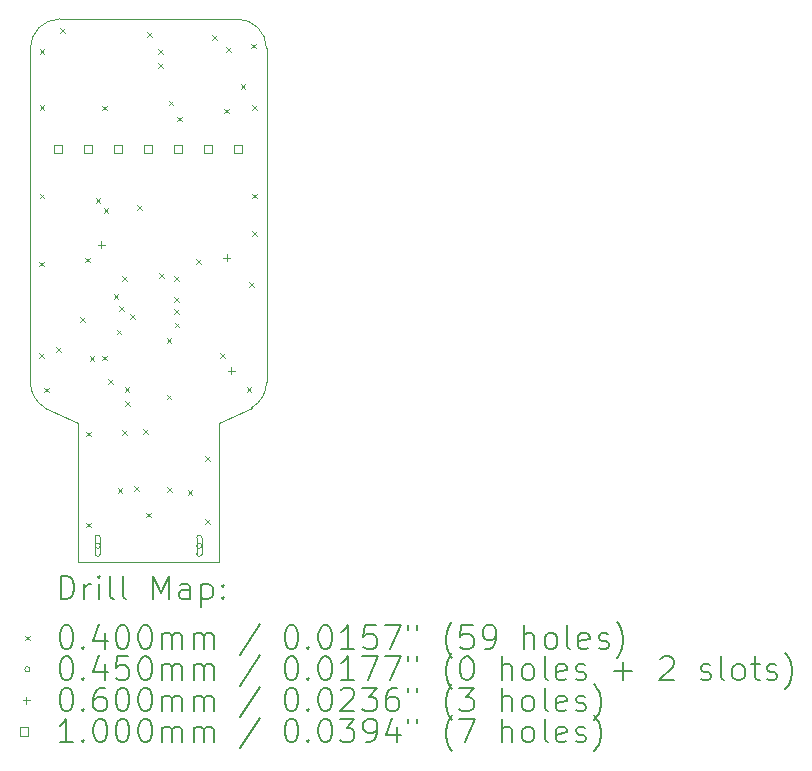
<source format=gbr>
%TF.GenerationSoftware,KiCad,Pcbnew,9.0.2+1*%
%TF.CreationDate,2025-08-04T10:31:02+02:00*%
%TF.ProjectId,ts13_dev_kit,74733133-5f64-4657-965f-6b69742e6b69,rev?*%
%TF.SameCoordinates,Original*%
%TF.FileFunction,Drillmap*%
%TF.FilePolarity,Positive*%
%FSLAX45Y45*%
G04 Gerber Fmt 4.5, Leading zero omitted, Abs format (unit mm)*
G04 Created by KiCad (PCBNEW 9.0.2+1) date 2025-08-04 10:31:02*
%MOMM*%
%LPD*%
G01*
G04 APERTURE LIST*
%ADD10C,0.050000*%
%ADD11C,0.200000*%
%ADD12C,0.100000*%
G04 APERTURE END LIST*
D10*
X13750000Y-5000000D02*
X12250000Y-5000000D01*
X13875000Y-8291506D02*
X13600000Y-8425000D01*
X13600000Y-9600000D02*
X13600000Y-8425000D01*
X12400000Y-8425000D02*
X12400000Y-9600000D01*
X12000000Y-5250000D02*
G75*
G02*
X12250000Y-5000000I250000J0D01*
G01*
X12125000Y-8291506D02*
G75*
G02*
X12000000Y-8075000I125000J216506D01*
G01*
X14000000Y-8075000D02*
G75*
G02*
X13875000Y-8291506I-250000J0D01*
G01*
X13750000Y-5000000D02*
G75*
G02*
X14000000Y-5250000I0J-250000D01*
G01*
X12000000Y-5250000D02*
X12000000Y-8075000D01*
X12400000Y-9600000D02*
X13600000Y-9600000D01*
X14000000Y-8075000D02*
X14000000Y-5250000D01*
X12125000Y-8291506D02*
X12400000Y-8425000D01*
D11*
D12*
X12072000Y-7055000D02*
X12112000Y-7095000D01*
X12112000Y-7055000D02*
X12072000Y-7095000D01*
X12072000Y-7830000D02*
X12112000Y-7870000D01*
X12112000Y-7830000D02*
X12072000Y-7870000D01*
X12080000Y-5255000D02*
X12120000Y-5295000D01*
X12120000Y-5255000D02*
X12080000Y-5295000D01*
X12080000Y-5730000D02*
X12120000Y-5770000D01*
X12120000Y-5730000D02*
X12080000Y-5770000D01*
X12080000Y-6480000D02*
X12120000Y-6520000D01*
X12120000Y-6480000D02*
X12080000Y-6520000D01*
X12114000Y-8121000D02*
X12154000Y-8161000D01*
X12154000Y-8121000D02*
X12114000Y-8161000D01*
X12220000Y-7780000D02*
X12260000Y-7820000D01*
X12260000Y-7780000D02*
X12220000Y-7820000D01*
X12255000Y-5080000D02*
X12295000Y-5120000D01*
X12295000Y-5080000D02*
X12255000Y-5120000D01*
X12422000Y-7525000D02*
X12462000Y-7565000D01*
X12462000Y-7525000D02*
X12422000Y-7565000D01*
X12465492Y-7022292D02*
X12505492Y-7062292D01*
X12505492Y-7022292D02*
X12465492Y-7062292D01*
X12471000Y-8495000D02*
X12511000Y-8535000D01*
X12511000Y-8495000D02*
X12471000Y-8535000D01*
X12474000Y-9265000D02*
X12514000Y-9305000D01*
X12514000Y-9265000D02*
X12474000Y-9305000D01*
X12502997Y-7855997D02*
X12542997Y-7895997D01*
X12542997Y-7855997D02*
X12502997Y-7895997D01*
X12553000Y-6518000D02*
X12593000Y-6558000D01*
X12593000Y-6518000D02*
X12553000Y-6558000D01*
X12610000Y-5735000D02*
X12650000Y-5775000D01*
X12650000Y-5735000D02*
X12610000Y-5775000D01*
X12610000Y-7850000D02*
X12650000Y-7890000D01*
X12650000Y-7850000D02*
X12610000Y-7890000D01*
X12621100Y-6600000D02*
X12661100Y-6640000D01*
X12661100Y-6600000D02*
X12621100Y-6640000D01*
X12661000Y-8051000D02*
X12701000Y-8091000D01*
X12701000Y-8051000D02*
X12661000Y-8091000D01*
X12705000Y-7330000D02*
X12745000Y-7370000D01*
X12745000Y-7330000D02*
X12705000Y-7370000D01*
X12730000Y-7630000D02*
X12770000Y-7670000D01*
X12770000Y-7630000D02*
X12730000Y-7670000D01*
X12740000Y-8970000D02*
X12780000Y-9010000D01*
X12780000Y-8970000D02*
X12740000Y-9010000D01*
X12755000Y-7430000D02*
X12795000Y-7470000D01*
X12795000Y-7430000D02*
X12755000Y-7470000D01*
X12780000Y-7180000D02*
X12820000Y-7220000D01*
X12820000Y-7180000D02*
X12780000Y-7220000D01*
X12780000Y-8480000D02*
X12820000Y-8520000D01*
X12820000Y-8480000D02*
X12780000Y-8520000D01*
X12799000Y-8119000D02*
X12839000Y-8159000D01*
X12839000Y-8119000D02*
X12799000Y-8159000D01*
X12800000Y-8238000D02*
X12840000Y-8278000D01*
X12840000Y-8238000D02*
X12800000Y-8278000D01*
X12848000Y-7498828D02*
X12888000Y-7538828D01*
X12888000Y-7498828D02*
X12848000Y-7538828D01*
X12880000Y-8955000D02*
X12920000Y-8995000D01*
X12920000Y-8955000D02*
X12880000Y-8995000D01*
X12905000Y-6577000D02*
X12945000Y-6617000D01*
X12945000Y-6577000D02*
X12905000Y-6617000D01*
X12955000Y-8475000D02*
X12995000Y-8515000D01*
X12995000Y-8475000D02*
X12955000Y-8515000D01*
X12980000Y-9180000D02*
X13020000Y-9220000D01*
X13020000Y-9180000D02*
X12980000Y-9220000D01*
X12990000Y-5110000D02*
X13030000Y-5150000D01*
X13030000Y-5110000D02*
X12990000Y-5150000D01*
X13080000Y-5255000D02*
X13120000Y-5295000D01*
X13120000Y-5255000D02*
X13080000Y-5295000D01*
X13080000Y-5372000D02*
X13120000Y-5412000D01*
X13120000Y-5372000D02*
X13080000Y-5412000D01*
X13092000Y-7151000D02*
X13132000Y-7191000D01*
X13132000Y-7151000D02*
X13092000Y-7191000D01*
X13155000Y-7705000D02*
X13195000Y-7745000D01*
X13195000Y-7705000D02*
X13155000Y-7745000D01*
X13155000Y-8180000D02*
X13195000Y-8220000D01*
X13195000Y-8180000D02*
X13155000Y-8220000D01*
X13161000Y-8963000D02*
X13201000Y-9003000D01*
X13201000Y-8963000D02*
X13161000Y-9003000D01*
X13172000Y-5692000D02*
X13212000Y-5732000D01*
X13212000Y-5692000D02*
X13172000Y-5732000D01*
X13216000Y-7179000D02*
X13256000Y-7219000D01*
X13256000Y-7179000D02*
X13216000Y-7219000D01*
X13219000Y-7460000D02*
X13259000Y-7500000D01*
X13259000Y-7460000D02*
X13219000Y-7500000D01*
X13220000Y-7353000D02*
X13260000Y-7393000D01*
X13260000Y-7353000D02*
X13220000Y-7393000D01*
X13221000Y-7571000D02*
X13261000Y-7611000D01*
X13261000Y-7571000D02*
X13221000Y-7611000D01*
X13241000Y-5828000D02*
X13281000Y-5868000D01*
X13281000Y-5828000D02*
X13241000Y-5868000D01*
X13332000Y-8991000D02*
X13372000Y-9031000D01*
X13372000Y-8991000D02*
X13332000Y-9031000D01*
X13403000Y-7034000D02*
X13443000Y-7074000D01*
X13443000Y-7034000D02*
X13403000Y-7074000D01*
X13479000Y-8704000D02*
X13519000Y-8744000D01*
X13519000Y-8704000D02*
X13479000Y-8744000D01*
X13483000Y-9237000D02*
X13523000Y-9277000D01*
X13523000Y-9237000D02*
X13483000Y-9277000D01*
X13540000Y-5140000D02*
X13580000Y-5180000D01*
X13580000Y-5140000D02*
X13540000Y-5180000D01*
X13605000Y-7830000D02*
X13645000Y-7870000D01*
X13645000Y-7830000D02*
X13605000Y-7870000D01*
X13640000Y-5760000D02*
X13680000Y-5800000D01*
X13680000Y-5760000D02*
X13640000Y-5800000D01*
X13660000Y-5240000D02*
X13700000Y-5280000D01*
X13700000Y-5240000D02*
X13660000Y-5280000D01*
X13780000Y-5555000D02*
X13820000Y-5595000D01*
X13820000Y-5555000D02*
X13780000Y-5595000D01*
X13831000Y-8117000D02*
X13871000Y-8157000D01*
X13871000Y-8117000D02*
X13831000Y-8157000D01*
X13855000Y-7230000D02*
X13895000Y-7270000D01*
X13895000Y-7230000D02*
X13855000Y-7270000D01*
X13870000Y-5210000D02*
X13910000Y-5250000D01*
X13910000Y-5210000D02*
X13870000Y-5250000D01*
X13880000Y-5730000D02*
X13920000Y-5770000D01*
X13920000Y-5730000D02*
X13880000Y-5770000D01*
X13880000Y-6480000D02*
X13920000Y-6520000D01*
X13920000Y-6480000D02*
X13880000Y-6520000D01*
X13880000Y-6794000D02*
X13920000Y-6834000D01*
X13920000Y-6794000D02*
X13880000Y-6834000D01*
X12592500Y-9460000D02*
G75*
G02*
X12547500Y-9460000I-22500J0D01*
G01*
X12547500Y-9460000D02*
G75*
G02*
X12592500Y-9460000I22500J0D01*
G01*
X12547500Y-9392500D02*
X12547500Y-9527500D01*
X12592500Y-9527500D02*
G75*
G02*
X12547500Y-9527500I-22500J0D01*
G01*
X12592500Y-9527500D02*
X12592500Y-9392500D01*
X12592500Y-9392500D02*
G75*
G03*
X12547500Y-9392500I-22500J0D01*
G01*
X13452500Y-9460000D02*
G75*
G02*
X13407500Y-9460000I-22500J0D01*
G01*
X13407500Y-9460000D02*
G75*
G02*
X13452500Y-9460000I22500J0D01*
G01*
X13407500Y-9392500D02*
X13407500Y-9527500D01*
X13452500Y-9527500D02*
G75*
G02*
X13407500Y-9527500I-22500J0D01*
G01*
X13452500Y-9527500D02*
X13452500Y-9392500D01*
X13452500Y-9392500D02*
G75*
G03*
X13407500Y-9392500I-22500J0D01*
G01*
X12600000Y-6880000D02*
X12600000Y-6940000D01*
X12570000Y-6910000D02*
X12630000Y-6910000D01*
X13661839Y-6992725D02*
X13661839Y-7052725D01*
X13631839Y-7022725D02*
X13691839Y-7022725D01*
X13702000Y-7947000D02*
X13702000Y-8007000D01*
X13672000Y-7977000D02*
X13732000Y-7977000D01*
X12271356Y-6135356D02*
X12271356Y-6064644D01*
X12200644Y-6064644D01*
X12200644Y-6135356D01*
X12271356Y-6135356D01*
X12525356Y-6135356D02*
X12525356Y-6064644D01*
X12454644Y-6064644D01*
X12454644Y-6135356D01*
X12525356Y-6135356D01*
X12779356Y-6135356D02*
X12779356Y-6064644D01*
X12708644Y-6064644D01*
X12708644Y-6135356D01*
X12779356Y-6135356D01*
X13033356Y-6135356D02*
X13033356Y-6064644D01*
X12962644Y-6064644D01*
X12962644Y-6135356D01*
X13033356Y-6135356D01*
X13287356Y-6135356D02*
X13287356Y-6064644D01*
X13216644Y-6064644D01*
X13216644Y-6135356D01*
X13287356Y-6135356D01*
X13541356Y-6135356D02*
X13541356Y-6064644D01*
X13470644Y-6064644D01*
X13470644Y-6135356D01*
X13541356Y-6135356D01*
X13795356Y-6135356D02*
X13795356Y-6064644D01*
X13724644Y-6064644D01*
X13724644Y-6135356D01*
X13795356Y-6135356D01*
D11*
X12258277Y-9913984D02*
X12258277Y-9713984D01*
X12258277Y-9713984D02*
X12305896Y-9713984D01*
X12305896Y-9713984D02*
X12334467Y-9723508D01*
X12334467Y-9723508D02*
X12353515Y-9742555D01*
X12353515Y-9742555D02*
X12363039Y-9761603D01*
X12363039Y-9761603D02*
X12372562Y-9799698D01*
X12372562Y-9799698D02*
X12372562Y-9828270D01*
X12372562Y-9828270D02*
X12363039Y-9866365D01*
X12363039Y-9866365D02*
X12353515Y-9885412D01*
X12353515Y-9885412D02*
X12334467Y-9904460D01*
X12334467Y-9904460D02*
X12305896Y-9913984D01*
X12305896Y-9913984D02*
X12258277Y-9913984D01*
X12458277Y-9913984D02*
X12458277Y-9780650D01*
X12458277Y-9818746D02*
X12467801Y-9799698D01*
X12467801Y-9799698D02*
X12477324Y-9790174D01*
X12477324Y-9790174D02*
X12496372Y-9780650D01*
X12496372Y-9780650D02*
X12515420Y-9780650D01*
X12582086Y-9913984D02*
X12582086Y-9780650D01*
X12582086Y-9713984D02*
X12572562Y-9723508D01*
X12572562Y-9723508D02*
X12582086Y-9733031D01*
X12582086Y-9733031D02*
X12591610Y-9723508D01*
X12591610Y-9723508D02*
X12582086Y-9713984D01*
X12582086Y-9713984D02*
X12582086Y-9733031D01*
X12705896Y-9913984D02*
X12686848Y-9904460D01*
X12686848Y-9904460D02*
X12677324Y-9885412D01*
X12677324Y-9885412D02*
X12677324Y-9713984D01*
X12810658Y-9913984D02*
X12791610Y-9904460D01*
X12791610Y-9904460D02*
X12782086Y-9885412D01*
X12782086Y-9885412D02*
X12782086Y-9713984D01*
X13039229Y-9913984D02*
X13039229Y-9713984D01*
X13039229Y-9713984D02*
X13105896Y-9856841D01*
X13105896Y-9856841D02*
X13172562Y-9713984D01*
X13172562Y-9713984D02*
X13172562Y-9913984D01*
X13353515Y-9913984D02*
X13353515Y-9809222D01*
X13353515Y-9809222D02*
X13343991Y-9790174D01*
X13343991Y-9790174D02*
X13324943Y-9780650D01*
X13324943Y-9780650D02*
X13286848Y-9780650D01*
X13286848Y-9780650D02*
X13267801Y-9790174D01*
X13353515Y-9904460D02*
X13334467Y-9913984D01*
X13334467Y-9913984D02*
X13286848Y-9913984D01*
X13286848Y-9913984D02*
X13267801Y-9904460D01*
X13267801Y-9904460D02*
X13258277Y-9885412D01*
X13258277Y-9885412D02*
X13258277Y-9866365D01*
X13258277Y-9866365D02*
X13267801Y-9847317D01*
X13267801Y-9847317D02*
X13286848Y-9837793D01*
X13286848Y-9837793D02*
X13334467Y-9837793D01*
X13334467Y-9837793D02*
X13353515Y-9828270D01*
X13448753Y-9780650D02*
X13448753Y-9980650D01*
X13448753Y-9790174D02*
X13467801Y-9780650D01*
X13467801Y-9780650D02*
X13505896Y-9780650D01*
X13505896Y-9780650D02*
X13524943Y-9790174D01*
X13524943Y-9790174D02*
X13534467Y-9799698D01*
X13534467Y-9799698D02*
X13543991Y-9818746D01*
X13543991Y-9818746D02*
X13543991Y-9875889D01*
X13543991Y-9875889D02*
X13534467Y-9894936D01*
X13534467Y-9894936D02*
X13524943Y-9904460D01*
X13524943Y-9904460D02*
X13505896Y-9913984D01*
X13505896Y-9913984D02*
X13467801Y-9913984D01*
X13467801Y-9913984D02*
X13448753Y-9904460D01*
X13629705Y-9894936D02*
X13639229Y-9904460D01*
X13639229Y-9904460D02*
X13629705Y-9913984D01*
X13629705Y-9913984D02*
X13620182Y-9904460D01*
X13620182Y-9904460D02*
X13629705Y-9894936D01*
X13629705Y-9894936D02*
X13629705Y-9913984D01*
X13629705Y-9790174D02*
X13639229Y-9799698D01*
X13639229Y-9799698D02*
X13629705Y-9809222D01*
X13629705Y-9809222D02*
X13620182Y-9799698D01*
X13620182Y-9799698D02*
X13629705Y-9790174D01*
X13629705Y-9790174D02*
X13629705Y-9809222D01*
D12*
X11957500Y-10222500D02*
X11997500Y-10262500D01*
X11997500Y-10222500D02*
X11957500Y-10262500D01*
D11*
X12296372Y-10133984D02*
X12315420Y-10133984D01*
X12315420Y-10133984D02*
X12334467Y-10143508D01*
X12334467Y-10143508D02*
X12343991Y-10153031D01*
X12343991Y-10153031D02*
X12353515Y-10172079D01*
X12353515Y-10172079D02*
X12363039Y-10210174D01*
X12363039Y-10210174D02*
X12363039Y-10257793D01*
X12363039Y-10257793D02*
X12353515Y-10295889D01*
X12353515Y-10295889D02*
X12343991Y-10314936D01*
X12343991Y-10314936D02*
X12334467Y-10324460D01*
X12334467Y-10324460D02*
X12315420Y-10333984D01*
X12315420Y-10333984D02*
X12296372Y-10333984D01*
X12296372Y-10333984D02*
X12277324Y-10324460D01*
X12277324Y-10324460D02*
X12267801Y-10314936D01*
X12267801Y-10314936D02*
X12258277Y-10295889D01*
X12258277Y-10295889D02*
X12248753Y-10257793D01*
X12248753Y-10257793D02*
X12248753Y-10210174D01*
X12248753Y-10210174D02*
X12258277Y-10172079D01*
X12258277Y-10172079D02*
X12267801Y-10153031D01*
X12267801Y-10153031D02*
X12277324Y-10143508D01*
X12277324Y-10143508D02*
X12296372Y-10133984D01*
X12448753Y-10314936D02*
X12458277Y-10324460D01*
X12458277Y-10324460D02*
X12448753Y-10333984D01*
X12448753Y-10333984D02*
X12439229Y-10324460D01*
X12439229Y-10324460D02*
X12448753Y-10314936D01*
X12448753Y-10314936D02*
X12448753Y-10333984D01*
X12629705Y-10200650D02*
X12629705Y-10333984D01*
X12582086Y-10124460D02*
X12534467Y-10267317D01*
X12534467Y-10267317D02*
X12658277Y-10267317D01*
X12772562Y-10133984D02*
X12791610Y-10133984D01*
X12791610Y-10133984D02*
X12810658Y-10143508D01*
X12810658Y-10143508D02*
X12820182Y-10153031D01*
X12820182Y-10153031D02*
X12829705Y-10172079D01*
X12829705Y-10172079D02*
X12839229Y-10210174D01*
X12839229Y-10210174D02*
X12839229Y-10257793D01*
X12839229Y-10257793D02*
X12829705Y-10295889D01*
X12829705Y-10295889D02*
X12820182Y-10314936D01*
X12820182Y-10314936D02*
X12810658Y-10324460D01*
X12810658Y-10324460D02*
X12791610Y-10333984D01*
X12791610Y-10333984D02*
X12772562Y-10333984D01*
X12772562Y-10333984D02*
X12753515Y-10324460D01*
X12753515Y-10324460D02*
X12743991Y-10314936D01*
X12743991Y-10314936D02*
X12734467Y-10295889D01*
X12734467Y-10295889D02*
X12724943Y-10257793D01*
X12724943Y-10257793D02*
X12724943Y-10210174D01*
X12724943Y-10210174D02*
X12734467Y-10172079D01*
X12734467Y-10172079D02*
X12743991Y-10153031D01*
X12743991Y-10153031D02*
X12753515Y-10143508D01*
X12753515Y-10143508D02*
X12772562Y-10133984D01*
X12963039Y-10133984D02*
X12982086Y-10133984D01*
X12982086Y-10133984D02*
X13001134Y-10143508D01*
X13001134Y-10143508D02*
X13010658Y-10153031D01*
X13010658Y-10153031D02*
X13020182Y-10172079D01*
X13020182Y-10172079D02*
X13029705Y-10210174D01*
X13029705Y-10210174D02*
X13029705Y-10257793D01*
X13029705Y-10257793D02*
X13020182Y-10295889D01*
X13020182Y-10295889D02*
X13010658Y-10314936D01*
X13010658Y-10314936D02*
X13001134Y-10324460D01*
X13001134Y-10324460D02*
X12982086Y-10333984D01*
X12982086Y-10333984D02*
X12963039Y-10333984D01*
X12963039Y-10333984D02*
X12943991Y-10324460D01*
X12943991Y-10324460D02*
X12934467Y-10314936D01*
X12934467Y-10314936D02*
X12924943Y-10295889D01*
X12924943Y-10295889D02*
X12915420Y-10257793D01*
X12915420Y-10257793D02*
X12915420Y-10210174D01*
X12915420Y-10210174D02*
X12924943Y-10172079D01*
X12924943Y-10172079D02*
X12934467Y-10153031D01*
X12934467Y-10153031D02*
X12943991Y-10143508D01*
X12943991Y-10143508D02*
X12963039Y-10133984D01*
X13115420Y-10333984D02*
X13115420Y-10200650D01*
X13115420Y-10219698D02*
X13124943Y-10210174D01*
X13124943Y-10210174D02*
X13143991Y-10200650D01*
X13143991Y-10200650D02*
X13172563Y-10200650D01*
X13172563Y-10200650D02*
X13191610Y-10210174D01*
X13191610Y-10210174D02*
X13201134Y-10229222D01*
X13201134Y-10229222D02*
X13201134Y-10333984D01*
X13201134Y-10229222D02*
X13210658Y-10210174D01*
X13210658Y-10210174D02*
X13229705Y-10200650D01*
X13229705Y-10200650D02*
X13258277Y-10200650D01*
X13258277Y-10200650D02*
X13277324Y-10210174D01*
X13277324Y-10210174D02*
X13286848Y-10229222D01*
X13286848Y-10229222D02*
X13286848Y-10333984D01*
X13382086Y-10333984D02*
X13382086Y-10200650D01*
X13382086Y-10219698D02*
X13391610Y-10210174D01*
X13391610Y-10210174D02*
X13410658Y-10200650D01*
X13410658Y-10200650D02*
X13439229Y-10200650D01*
X13439229Y-10200650D02*
X13458277Y-10210174D01*
X13458277Y-10210174D02*
X13467801Y-10229222D01*
X13467801Y-10229222D02*
X13467801Y-10333984D01*
X13467801Y-10229222D02*
X13477324Y-10210174D01*
X13477324Y-10210174D02*
X13496372Y-10200650D01*
X13496372Y-10200650D02*
X13524943Y-10200650D01*
X13524943Y-10200650D02*
X13543991Y-10210174D01*
X13543991Y-10210174D02*
X13553515Y-10229222D01*
X13553515Y-10229222D02*
X13553515Y-10333984D01*
X13943991Y-10124460D02*
X13772563Y-10381603D01*
X14201134Y-10133984D02*
X14220182Y-10133984D01*
X14220182Y-10133984D02*
X14239229Y-10143508D01*
X14239229Y-10143508D02*
X14248753Y-10153031D01*
X14248753Y-10153031D02*
X14258277Y-10172079D01*
X14258277Y-10172079D02*
X14267801Y-10210174D01*
X14267801Y-10210174D02*
X14267801Y-10257793D01*
X14267801Y-10257793D02*
X14258277Y-10295889D01*
X14258277Y-10295889D02*
X14248753Y-10314936D01*
X14248753Y-10314936D02*
X14239229Y-10324460D01*
X14239229Y-10324460D02*
X14220182Y-10333984D01*
X14220182Y-10333984D02*
X14201134Y-10333984D01*
X14201134Y-10333984D02*
X14182086Y-10324460D01*
X14182086Y-10324460D02*
X14172563Y-10314936D01*
X14172563Y-10314936D02*
X14163039Y-10295889D01*
X14163039Y-10295889D02*
X14153515Y-10257793D01*
X14153515Y-10257793D02*
X14153515Y-10210174D01*
X14153515Y-10210174D02*
X14163039Y-10172079D01*
X14163039Y-10172079D02*
X14172563Y-10153031D01*
X14172563Y-10153031D02*
X14182086Y-10143508D01*
X14182086Y-10143508D02*
X14201134Y-10133984D01*
X14353515Y-10314936D02*
X14363039Y-10324460D01*
X14363039Y-10324460D02*
X14353515Y-10333984D01*
X14353515Y-10333984D02*
X14343991Y-10324460D01*
X14343991Y-10324460D02*
X14353515Y-10314936D01*
X14353515Y-10314936D02*
X14353515Y-10333984D01*
X14486848Y-10133984D02*
X14505896Y-10133984D01*
X14505896Y-10133984D02*
X14524944Y-10143508D01*
X14524944Y-10143508D02*
X14534467Y-10153031D01*
X14534467Y-10153031D02*
X14543991Y-10172079D01*
X14543991Y-10172079D02*
X14553515Y-10210174D01*
X14553515Y-10210174D02*
X14553515Y-10257793D01*
X14553515Y-10257793D02*
X14543991Y-10295889D01*
X14543991Y-10295889D02*
X14534467Y-10314936D01*
X14534467Y-10314936D02*
X14524944Y-10324460D01*
X14524944Y-10324460D02*
X14505896Y-10333984D01*
X14505896Y-10333984D02*
X14486848Y-10333984D01*
X14486848Y-10333984D02*
X14467801Y-10324460D01*
X14467801Y-10324460D02*
X14458277Y-10314936D01*
X14458277Y-10314936D02*
X14448753Y-10295889D01*
X14448753Y-10295889D02*
X14439229Y-10257793D01*
X14439229Y-10257793D02*
X14439229Y-10210174D01*
X14439229Y-10210174D02*
X14448753Y-10172079D01*
X14448753Y-10172079D02*
X14458277Y-10153031D01*
X14458277Y-10153031D02*
X14467801Y-10143508D01*
X14467801Y-10143508D02*
X14486848Y-10133984D01*
X14743991Y-10333984D02*
X14629706Y-10333984D01*
X14686848Y-10333984D02*
X14686848Y-10133984D01*
X14686848Y-10133984D02*
X14667801Y-10162555D01*
X14667801Y-10162555D02*
X14648753Y-10181603D01*
X14648753Y-10181603D02*
X14629706Y-10191127D01*
X14924944Y-10133984D02*
X14829706Y-10133984D01*
X14829706Y-10133984D02*
X14820182Y-10229222D01*
X14820182Y-10229222D02*
X14829706Y-10219698D01*
X14829706Y-10219698D02*
X14848753Y-10210174D01*
X14848753Y-10210174D02*
X14896372Y-10210174D01*
X14896372Y-10210174D02*
X14915420Y-10219698D01*
X14915420Y-10219698D02*
X14924944Y-10229222D01*
X14924944Y-10229222D02*
X14934467Y-10248270D01*
X14934467Y-10248270D02*
X14934467Y-10295889D01*
X14934467Y-10295889D02*
X14924944Y-10314936D01*
X14924944Y-10314936D02*
X14915420Y-10324460D01*
X14915420Y-10324460D02*
X14896372Y-10333984D01*
X14896372Y-10333984D02*
X14848753Y-10333984D01*
X14848753Y-10333984D02*
X14829706Y-10324460D01*
X14829706Y-10324460D02*
X14820182Y-10314936D01*
X15001134Y-10133984D02*
X15134467Y-10133984D01*
X15134467Y-10133984D02*
X15048753Y-10333984D01*
X15201134Y-10133984D02*
X15201134Y-10172079D01*
X15277325Y-10133984D02*
X15277325Y-10172079D01*
X15572563Y-10410174D02*
X15563039Y-10400650D01*
X15563039Y-10400650D02*
X15543991Y-10372079D01*
X15543991Y-10372079D02*
X15534468Y-10353031D01*
X15534468Y-10353031D02*
X15524944Y-10324460D01*
X15524944Y-10324460D02*
X15515420Y-10276841D01*
X15515420Y-10276841D02*
X15515420Y-10238746D01*
X15515420Y-10238746D02*
X15524944Y-10191127D01*
X15524944Y-10191127D02*
X15534468Y-10162555D01*
X15534468Y-10162555D02*
X15543991Y-10143508D01*
X15543991Y-10143508D02*
X15563039Y-10114936D01*
X15563039Y-10114936D02*
X15572563Y-10105412D01*
X15743991Y-10133984D02*
X15648753Y-10133984D01*
X15648753Y-10133984D02*
X15639229Y-10229222D01*
X15639229Y-10229222D02*
X15648753Y-10219698D01*
X15648753Y-10219698D02*
X15667801Y-10210174D01*
X15667801Y-10210174D02*
X15715420Y-10210174D01*
X15715420Y-10210174D02*
X15734468Y-10219698D01*
X15734468Y-10219698D02*
X15743991Y-10229222D01*
X15743991Y-10229222D02*
X15753515Y-10248270D01*
X15753515Y-10248270D02*
X15753515Y-10295889D01*
X15753515Y-10295889D02*
X15743991Y-10314936D01*
X15743991Y-10314936D02*
X15734468Y-10324460D01*
X15734468Y-10324460D02*
X15715420Y-10333984D01*
X15715420Y-10333984D02*
X15667801Y-10333984D01*
X15667801Y-10333984D02*
X15648753Y-10324460D01*
X15648753Y-10324460D02*
X15639229Y-10314936D01*
X15848753Y-10333984D02*
X15886848Y-10333984D01*
X15886848Y-10333984D02*
X15905896Y-10324460D01*
X15905896Y-10324460D02*
X15915420Y-10314936D01*
X15915420Y-10314936D02*
X15934468Y-10286365D01*
X15934468Y-10286365D02*
X15943991Y-10248270D01*
X15943991Y-10248270D02*
X15943991Y-10172079D01*
X15943991Y-10172079D02*
X15934468Y-10153031D01*
X15934468Y-10153031D02*
X15924944Y-10143508D01*
X15924944Y-10143508D02*
X15905896Y-10133984D01*
X15905896Y-10133984D02*
X15867801Y-10133984D01*
X15867801Y-10133984D02*
X15848753Y-10143508D01*
X15848753Y-10143508D02*
X15839229Y-10153031D01*
X15839229Y-10153031D02*
X15829706Y-10172079D01*
X15829706Y-10172079D02*
X15829706Y-10219698D01*
X15829706Y-10219698D02*
X15839229Y-10238746D01*
X15839229Y-10238746D02*
X15848753Y-10248270D01*
X15848753Y-10248270D02*
X15867801Y-10257793D01*
X15867801Y-10257793D02*
X15905896Y-10257793D01*
X15905896Y-10257793D02*
X15924944Y-10248270D01*
X15924944Y-10248270D02*
X15934468Y-10238746D01*
X15934468Y-10238746D02*
X15943991Y-10219698D01*
X16182087Y-10333984D02*
X16182087Y-10133984D01*
X16267801Y-10333984D02*
X16267801Y-10229222D01*
X16267801Y-10229222D02*
X16258277Y-10210174D01*
X16258277Y-10210174D02*
X16239230Y-10200650D01*
X16239230Y-10200650D02*
X16210658Y-10200650D01*
X16210658Y-10200650D02*
X16191610Y-10210174D01*
X16191610Y-10210174D02*
X16182087Y-10219698D01*
X16391610Y-10333984D02*
X16372563Y-10324460D01*
X16372563Y-10324460D02*
X16363039Y-10314936D01*
X16363039Y-10314936D02*
X16353515Y-10295889D01*
X16353515Y-10295889D02*
X16353515Y-10238746D01*
X16353515Y-10238746D02*
X16363039Y-10219698D01*
X16363039Y-10219698D02*
X16372563Y-10210174D01*
X16372563Y-10210174D02*
X16391610Y-10200650D01*
X16391610Y-10200650D02*
X16420182Y-10200650D01*
X16420182Y-10200650D02*
X16439230Y-10210174D01*
X16439230Y-10210174D02*
X16448753Y-10219698D01*
X16448753Y-10219698D02*
X16458277Y-10238746D01*
X16458277Y-10238746D02*
X16458277Y-10295889D01*
X16458277Y-10295889D02*
X16448753Y-10314936D01*
X16448753Y-10314936D02*
X16439230Y-10324460D01*
X16439230Y-10324460D02*
X16420182Y-10333984D01*
X16420182Y-10333984D02*
X16391610Y-10333984D01*
X16572563Y-10333984D02*
X16553515Y-10324460D01*
X16553515Y-10324460D02*
X16543991Y-10305412D01*
X16543991Y-10305412D02*
X16543991Y-10133984D01*
X16724944Y-10324460D02*
X16705896Y-10333984D01*
X16705896Y-10333984D02*
X16667801Y-10333984D01*
X16667801Y-10333984D02*
X16648753Y-10324460D01*
X16648753Y-10324460D02*
X16639230Y-10305412D01*
X16639230Y-10305412D02*
X16639230Y-10229222D01*
X16639230Y-10229222D02*
X16648753Y-10210174D01*
X16648753Y-10210174D02*
X16667801Y-10200650D01*
X16667801Y-10200650D02*
X16705896Y-10200650D01*
X16705896Y-10200650D02*
X16724944Y-10210174D01*
X16724944Y-10210174D02*
X16734468Y-10229222D01*
X16734468Y-10229222D02*
X16734468Y-10248270D01*
X16734468Y-10248270D02*
X16639230Y-10267317D01*
X16810658Y-10324460D02*
X16829706Y-10333984D01*
X16829706Y-10333984D02*
X16867801Y-10333984D01*
X16867801Y-10333984D02*
X16886849Y-10324460D01*
X16886849Y-10324460D02*
X16896373Y-10305412D01*
X16896373Y-10305412D02*
X16896373Y-10295889D01*
X16896373Y-10295889D02*
X16886849Y-10276841D01*
X16886849Y-10276841D02*
X16867801Y-10267317D01*
X16867801Y-10267317D02*
X16839230Y-10267317D01*
X16839230Y-10267317D02*
X16820182Y-10257793D01*
X16820182Y-10257793D02*
X16810658Y-10238746D01*
X16810658Y-10238746D02*
X16810658Y-10229222D01*
X16810658Y-10229222D02*
X16820182Y-10210174D01*
X16820182Y-10210174D02*
X16839230Y-10200650D01*
X16839230Y-10200650D02*
X16867801Y-10200650D01*
X16867801Y-10200650D02*
X16886849Y-10210174D01*
X16963039Y-10410174D02*
X16972563Y-10400650D01*
X16972563Y-10400650D02*
X16991611Y-10372079D01*
X16991611Y-10372079D02*
X17001134Y-10353031D01*
X17001134Y-10353031D02*
X17010658Y-10324460D01*
X17010658Y-10324460D02*
X17020182Y-10276841D01*
X17020182Y-10276841D02*
X17020182Y-10238746D01*
X17020182Y-10238746D02*
X17010658Y-10191127D01*
X17010658Y-10191127D02*
X17001134Y-10162555D01*
X17001134Y-10162555D02*
X16991611Y-10143508D01*
X16991611Y-10143508D02*
X16972563Y-10114936D01*
X16972563Y-10114936D02*
X16963039Y-10105412D01*
D12*
X11997500Y-10506500D02*
G75*
G02*
X11952500Y-10506500I-22500J0D01*
G01*
X11952500Y-10506500D02*
G75*
G02*
X11997500Y-10506500I22500J0D01*
G01*
D11*
X12296372Y-10397984D02*
X12315420Y-10397984D01*
X12315420Y-10397984D02*
X12334467Y-10407508D01*
X12334467Y-10407508D02*
X12343991Y-10417031D01*
X12343991Y-10417031D02*
X12353515Y-10436079D01*
X12353515Y-10436079D02*
X12363039Y-10474174D01*
X12363039Y-10474174D02*
X12363039Y-10521793D01*
X12363039Y-10521793D02*
X12353515Y-10559889D01*
X12353515Y-10559889D02*
X12343991Y-10578936D01*
X12343991Y-10578936D02*
X12334467Y-10588460D01*
X12334467Y-10588460D02*
X12315420Y-10597984D01*
X12315420Y-10597984D02*
X12296372Y-10597984D01*
X12296372Y-10597984D02*
X12277324Y-10588460D01*
X12277324Y-10588460D02*
X12267801Y-10578936D01*
X12267801Y-10578936D02*
X12258277Y-10559889D01*
X12258277Y-10559889D02*
X12248753Y-10521793D01*
X12248753Y-10521793D02*
X12248753Y-10474174D01*
X12248753Y-10474174D02*
X12258277Y-10436079D01*
X12258277Y-10436079D02*
X12267801Y-10417031D01*
X12267801Y-10417031D02*
X12277324Y-10407508D01*
X12277324Y-10407508D02*
X12296372Y-10397984D01*
X12448753Y-10578936D02*
X12458277Y-10588460D01*
X12458277Y-10588460D02*
X12448753Y-10597984D01*
X12448753Y-10597984D02*
X12439229Y-10588460D01*
X12439229Y-10588460D02*
X12448753Y-10578936D01*
X12448753Y-10578936D02*
X12448753Y-10597984D01*
X12629705Y-10464650D02*
X12629705Y-10597984D01*
X12582086Y-10388460D02*
X12534467Y-10531317D01*
X12534467Y-10531317D02*
X12658277Y-10531317D01*
X12829705Y-10397984D02*
X12734467Y-10397984D01*
X12734467Y-10397984D02*
X12724943Y-10493222D01*
X12724943Y-10493222D02*
X12734467Y-10483698D01*
X12734467Y-10483698D02*
X12753515Y-10474174D01*
X12753515Y-10474174D02*
X12801134Y-10474174D01*
X12801134Y-10474174D02*
X12820182Y-10483698D01*
X12820182Y-10483698D02*
X12829705Y-10493222D01*
X12829705Y-10493222D02*
X12839229Y-10512270D01*
X12839229Y-10512270D02*
X12839229Y-10559889D01*
X12839229Y-10559889D02*
X12829705Y-10578936D01*
X12829705Y-10578936D02*
X12820182Y-10588460D01*
X12820182Y-10588460D02*
X12801134Y-10597984D01*
X12801134Y-10597984D02*
X12753515Y-10597984D01*
X12753515Y-10597984D02*
X12734467Y-10588460D01*
X12734467Y-10588460D02*
X12724943Y-10578936D01*
X12963039Y-10397984D02*
X12982086Y-10397984D01*
X12982086Y-10397984D02*
X13001134Y-10407508D01*
X13001134Y-10407508D02*
X13010658Y-10417031D01*
X13010658Y-10417031D02*
X13020182Y-10436079D01*
X13020182Y-10436079D02*
X13029705Y-10474174D01*
X13029705Y-10474174D02*
X13029705Y-10521793D01*
X13029705Y-10521793D02*
X13020182Y-10559889D01*
X13020182Y-10559889D02*
X13010658Y-10578936D01*
X13010658Y-10578936D02*
X13001134Y-10588460D01*
X13001134Y-10588460D02*
X12982086Y-10597984D01*
X12982086Y-10597984D02*
X12963039Y-10597984D01*
X12963039Y-10597984D02*
X12943991Y-10588460D01*
X12943991Y-10588460D02*
X12934467Y-10578936D01*
X12934467Y-10578936D02*
X12924943Y-10559889D01*
X12924943Y-10559889D02*
X12915420Y-10521793D01*
X12915420Y-10521793D02*
X12915420Y-10474174D01*
X12915420Y-10474174D02*
X12924943Y-10436079D01*
X12924943Y-10436079D02*
X12934467Y-10417031D01*
X12934467Y-10417031D02*
X12943991Y-10407508D01*
X12943991Y-10407508D02*
X12963039Y-10397984D01*
X13115420Y-10597984D02*
X13115420Y-10464650D01*
X13115420Y-10483698D02*
X13124943Y-10474174D01*
X13124943Y-10474174D02*
X13143991Y-10464650D01*
X13143991Y-10464650D02*
X13172563Y-10464650D01*
X13172563Y-10464650D02*
X13191610Y-10474174D01*
X13191610Y-10474174D02*
X13201134Y-10493222D01*
X13201134Y-10493222D02*
X13201134Y-10597984D01*
X13201134Y-10493222D02*
X13210658Y-10474174D01*
X13210658Y-10474174D02*
X13229705Y-10464650D01*
X13229705Y-10464650D02*
X13258277Y-10464650D01*
X13258277Y-10464650D02*
X13277324Y-10474174D01*
X13277324Y-10474174D02*
X13286848Y-10493222D01*
X13286848Y-10493222D02*
X13286848Y-10597984D01*
X13382086Y-10597984D02*
X13382086Y-10464650D01*
X13382086Y-10483698D02*
X13391610Y-10474174D01*
X13391610Y-10474174D02*
X13410658Y-10464650D01*
X13410658Y-10464650D02*
X13439229Y-10464650D01*
X13439229Y-10464650D02*
X13458277Y-10474174D01*
X13458277Y-10474174D02*
X13467801Y-10493222D01*
X13467801Y-10493222D02*
X13467801Y-10597984D01*
X13467801Y-10493222D02*
X13477324Y-10474174D01*
X13477324Y-10474174D02*
X13496372Y-10464650D01*
X13496372Y-10464650D02*
X13524943Y-10464650D01*
X13524943Y-10464650D02*
X13543991Y-10474174D01*
X13543991Y-10474174D02*
X13553515Y-10493222D01*
X13553515Y-10493222D02*
X13553515Y-10597984D01*
X13943991Y-10388460D02*
X13772563Y-10645603D01*
X14201134Y-10397984D02*
X14220182Y-10397984D01*
X14220182Y-10397984D02*
X14239229Y-10407508D01*
X14239229Y-10407508D02*
X14248753Y-10417031D01*
X14248753Y-10417031D02*
X14258277Y-10436079D01*
X14258277Y-10436079D02*
X14267801Y-10474174D01*
X14267801Y-10474174D02*
X14267801Y-10521793D01*
X14267801Y-10521793D02*
X14258277Y-10559889D01*
X14258277Y-10559889D02*
X14248753Y-10578936D01*
X14248753Y-10578936D02*
X14239229Y-10588460D01*
X14239229Y-10588460D02*
X14220182Y-10597984D01*
X14220182Y-10597984D02*
X14201134Y-10597984D01*
X14201134Y-10597984D02*
X14182086Y-10588460D01*
X14182086Y-10588460D02*
X14172563Y-10578936D01*
X14172563Y-10578936D02*
X14163039Y-10559889D01*
X14163039Y-10559889D02*
X14153515Y-10521793D01*
X14153515Y-10521793D02*
X14153515Y-10474174D01*
X14153515Y-10474174D02*
X14163039Y-10436079D01*
X14163039Y-10436079D02*
X14172563Y-10417031D01*
X14172563Y-10417031D02*
X14182086Y-10407508D01*
X14182086Y-10407508D02*
X14201134Y-10397984D01*
X14353515Y-10578936D02*
X14363039Y-10588460D01*
X14363039Y-10588460D02*
X14353515Y-10597984D01*
X14353515Y-10597984D02*
X14343991Y-10588460D01*
X14343991Y-10588460D02*
X14353515Y-10578936D01*
X14353515Y-10578936D02*
X14353515Y-10597984D01*
X14486848Y-10397984D02*
X14505896Y-10397984D01*
X14505896Y-10397984D02*
X14524944Y-10407508D01*
X14524944Y-10407508D02*
X14534467Y-10417031D01*
X14534467Y-10417031D02*
X14543991Y-10436079D01*
X14543991Y-10436079D02*
X14553515Y-10474174D01*
X14553515Y-10474174D02*
X14553515Y-10521793D01*
X14553515Y-10521793D02*
X14543991Y-10559889D01*
X14543991Y-10559889D02*
X14534467Y-10578936D01*
X14534467Y-10578936D02*
X14524944Y-10588460D01*
X14524944Y-10588460D02*
X14505896Y-10597984D01*
X14505896Y-10597984D02*
X14486848Y-10597984D01*
X14486848Y-10597984D02*
X14467801Y-10588460D01*
X14467801Y-10588460D02*
X14458277Y-10578936D01*
X14458277Y-10578936D02*
X14448753Y-10559889D01*
X14448753Y-10559889D02*
X14439229Y-10521793D01*
X14439229Y-10521793D02*
X14439229Y-10474174D01*
X14439229Y-10474174D02*
X14448753Y-10436079D01*
X14448753Y-10436079D02*
X14458277Y-10417031D01*
X14458277Y-10417031D02*
X14467801Y-10407508D01*
X14467801Y-10407508D02*
X14486848Y-10397984D01*
X14743991Y-10597984D02*
X14629706Y-10597984D01*
X14686848Y-10597984D02*
X14686848Y-10397984D01*
X14686848Y-10397984D02*
X14667801Y-10426555D01*
X14667801Y-10426555D02*
X14648753Y-10445603D01*
X14648753Y-10445603D02*
X14629706Y-10455127D01*
X14810658Y-10397984D02*
X14943991Y-10397984D01*
X14943991Y-10397984D02*
X14858277Y-10597984D01*
X15001134Y-10397984D02*
X15134467Y-10397984D01*
X15134467Y-10397984D02*
X15048753Y-10597984D01*
X15201134Y-10397984D02*
X15201134Y-10436079D01*
X15277325Y-10397984D02*
X15277325Y-10436079D01*
X15572563Y-10674174D02*
X15563039Y-10664650D01*
X15563039Y-10664650D02*
X15543991Y-10636079D01*
X15543991Y-10636079D02*
X15534468Y-10617031D01*
X15534468Y-10617031D02*
X15524944Y-10588460D01*
X15524944Y-10588460D02*
X15515420Y-10540841D01*
X15515420Y-10540841D02*
X15515420Y-10502746D01*
X15515420Y-10502746D02*
X15524944Y-10455127D01*
X15524944Y-10455127D02*
X15534468Y-10426555D01*
X15534468Y-10426555D02*
X15543991Y-10407508D01*
X15543991Y-10407508D02*
X15563039Y-10378936D01*
X15563039Y-10378936D02*
X15572563Y-10369412D01*
X15686848Y-10397984D02*
X15705896Y-10397984D01*
X15705896Y-10397984D02*
X15724944Y-10407508D01*
X15724944Y-10407508D02*
X15734468Y-10417031D01*
X15734468Y-10417031D02*
X15743991Y-10436079D01*
X15743991Y-10436079D02*
X15753515Y-10474174D01*
X15753515Y-10474174D02*
X15753515Y-10521793D01*
X15753515Y-10521793D02*
X15743991Y-10559889D01*
X15743991Y-10559889D02*
X15734468Y-10578936D01*
X15734468Y-10578936D02*
X15724944Y-10588460D01*
X15724944Y-10588460D02*
X15705896Y-10597984D01*
X15705896Y-10597984D02*
X15686848Y-10597984D01*
X15686848Y-10597984D02*
X15667801Y-10588460D01*
X15667801Y-10588460D02*
X15658277Y-10578936D01*
X15658277Y-10578936D02*
X15648753Y-10559889D01*
X15648753Y-10559889D02*
X15639229Y-10521793D01*
X15639229Y-10521793D02*
X15639229Y-10474174D01*
X15639229Y-10474174D02*
X15648753Y-10436079D01*
X15648753Y-10436079D02*
X15658277Y-10417031D01*
X15658277Y-10417031D02*
X15667801Y-10407508D01*
X15667801Y-10407508D02*
X15686848Y-10397984D01*
X15991610Y-10597984D02*
X15991610Y-10397984D01*
X16077325Y-10597984D02*
X16077325Y-10493222D01*
X16077325Y-10493222D02*
X16067801Y-10474174D01*
X16067801Y-10474174D02*
X16048753Y-10464650D01*
X16048753Y-10464650D02*
X16020182Y-10464650D01*
X16020182Y-10464650D02*
X16001134Y-10474174D01*
X16001134Y-10474174D02*
X15991610Y-10483698D01*
X16201134Y-10597984D02*
X16182087Y-10588460D01*
X16182087Y-10588460D02*
X16172563Y-10578936D01*
X16172563Y-10578936D02*
X16163039Y-10559889D01*
X16163039Y-10559889D02*
X16163039Y-10502746D01*
X16163039Y-10502746D02*
X16172563Y-10483698D01*
X16172563Y-10483698D02*
X16182087Y-10474174D01*
X16182087Y-10474174D02*
X16201134Y-10464650D01*
X16201134Y-10464650D02*
X16229706Y-10464650D01*
X16229706Y-10464650D02*
X16248753Y-10474174D01*
X16248753Y-10474174D02*
X16258277Y-10483698D01*
X16258277Y-10483698D02*
X16267801Y-10502746D01*
X16267801Y-10502746D02*
X16267801Y-10559889D01*
X16267801Y-10559889D02*
X16258277Y-10578936D01*
X16258277Y-10578936D02*
X16248753Y-10588460D01*
X16248753Y-10588460D02*
X16229706Y-10597984D01*
X16229706Y-10597984D02*
X16201134Y-10597984D01*
X16382087Y-10597984D02*
X16363039Y-10588460D01*
X16363039Y-10588460D02*
X16353515Y-10569412D01*
X16353515Y-10569412D02*
X16353515Y-10397984D01*
X16534468Y-10588460D02*
X16515420Y-10597984D01*
X16515420Y-10597984D02*
X16477325Y-10597984D01*
X16477325Y-10597984D02*
X16458277Y-10588460D01*
X16458277Y-10588460D02*
X16448753Y-10569412D01*
X16448753Y-10569412D02*
X16448753Y-10493222D01*
X16448753Y-10493222D02*
X16458277Y-10474174D01*
X16458277Y-10474174D02*
X16477325Y-10464650D01*
X16477325Y-10464650D02*
X16515420Y-10464650D01*
X16515420Y-10464650D02*
X16534468Y-10474174D01*
X16534468Y-10474174D02*
X16543991Y-10493222D01*
X16543991Y-10493222D02*
X16543991Y-10512270D01*
X16543991Y-10512270D02*
X16448753Y-10531317D01*
X16620182Y-10588460D02*
X16639230Y-10597984D01*
X16639230Y-10597984D02*
X16677325Y-10597984D01*
X16677325Y-10597984D02*
X16696372Y-10588460D01*
X16696372Y-10588460D02*
X16705896Y-10569412D01*
X16705896Y-10569412D02*
X16705896Y-10559889D01*
X16705896Y-10559889D02*
X16696372Y-10540841D01*
X16696372Y-10540841D02*
X16677325Y-10531317D01*
X16677325Y-10531317D02*
X16648753Y-10531317D01*
X16648753Y-10531317D02*
X16629706Y-10521793D01*
X16629706Y-10521793D02*
X16620182Y-10502746D01*
X16620182Y-10502746D02*
X16620182Y-10493222D01*
X16620182Y-10493222D02*
X16629706Y-10474174D01*
X16629706Y-10474174D02*
X16648753Y-10464650D01*
X16648753Y-10464650D02*
X16677325Y-10464650D01*
X16677325Y-10464650D02*
X16696372Y-10474174D01*
X16943992Y-10521793D02*
X17096373Y-10521793D01*
X17020182Y-10597984D02*
X17020182Y-10445603D01*
X17334468Y-10417031D02*
X17343992Y-10407508D01*
X17343992Y-10407508D02*
X17363039Y-10397984D01*
X17363039Y-10397984D02*
X17410658Y-10397984D01*
X17410658Y-10397984D02*
X17429706Y-10407508D01*
X17429706Y-10407508D02*
X17439230Y-10417031D01*
X17439230Y-10417031D02*
X17448754Y-10436079D01*
X17448754Y-10436079D02*
X17448754Y-10455127D01*
X17448754Y-10455127D02*
X17439230Y-10483698D01*
X17439230Y-10483698D02*
X17324944Y-10597984D01*
X17324944Y-10597984D02*
X17448754Y-10597984D01*
X17677325Y-10588460D02*
X17696373Y-10597984D01*
X17696373Y-10597984D02*
X17734468Y-10597984D01*
X17734468Y-10597984D02*
X17753516Y-10588460D01*
X17753516Y-10588460D02*
X17763039Y-10569412D01*
X17763039Y-10569412D02*
X17763039Y-10559889D01*
X17763039Y-10559889D02*
X17753516Y-10540841D01*
X17753516Y-10540841D02*
X17734468Y-10531317D01*
X17734468Y-10531317D02*
X17705896Y-10531317D01*
X17705896Y-10531317D02*
X17686849Y-10521793D01*
X17686849Y-10521793D02*
X17677325Y-10502746D01*
X17677325Y-10502746D02*
X17677325Y-10493222D01*
X17677325Y-10493222D02*
X17686849Y-10474174D01*
X17686849Y-10474174D02*
X17705896Y-10464650D01*
X17705896Y-10464650D02*
X17734468Y-10464650D01*
X17734468Y-10464650D02*
X17753516Y-10474174D01*
X17877325Y-10597984D02*
X17858277Y-10588460D01*
X17858277Y-10588460D02*
X17848754Y-10569412D01*
X17848754Y-10569412D02*
X17848754Y-10397984D01*
X17982087Y-10597984D02*
X17963039Y-10588460D01*
X17963039Y-10588460D02*
X17953516Y-10578936D01*
X17953516Y-10578936D02*
X17943992Y-10559889D01*
X17943992Y-10559889D02*
X17943992Y-10502746D01*
X17943992Y-10502746D02*
X17953516Y-10483698D01*
X17953516Y-10483698D02*
X17963039Y-10474174D01*
X17963039Y-10474174D02*
X17982087Y-10464650D01*
X17982087Y-10464650D02*
X18010658Y-10464650D01*
X18010658Y-10464650D02*
X18029706Y-10474174D01*
X18029706Y-10474174D02*
X18039230Y-10483698D01*
X18039230Y-10483698D02*
X18048754Y-10502746D01*
X18048754Y-10502746D02*
X18048754Y-10559889D01*
X18048754Y-10559889D02*
X18039230Y-10578936D01*
X18039230Y-10578936D02*
X18029706Y-10588460D01*
X18029706Y-10588460D02*
X18010658Y-10597984D01*
X18010658Y-10597984D02*
X17982087Y-10597984D01*
X18105897Y-10464650D02*
X18182087Y-10464650D01*
X18134468Y-10397984D02*
X18134468Y-10569412D01*
X18134468Y-10569412D02*
X18143992Y-10588460D01*
X18143992Y-10588460D02*
X18163039Y-10597984D01*
X18163039Y-10597984D02*
X18182087Y-10597984D01*
X18239230Y-10588460D02*
X18258277Y-10597984D01*
X18258277Y-10597984D02*
X18296373Y-10597984D01*
X18296373Y-10597984D02*
X18315420Y-10588460D01*
X18315420Y-10588460D02*
X18324944Y-10569412D01*
X18324944Y-10569412D02*
X18324944Y-10559889D01*
X18324944Y-10559889D02*
X18315420Y-10540841D01*
X18315420Y-10540841D02*
X18296373Y-10531317D01*
X18296373Y-10531317D02*
X18267801Y-10531317D01*
X18267801Y-10531317D02*
X18248754Y-10521793D01*
X18248754Y-10521793D02*
X18239230Y-10502746D01*
X18239230Y-10502746D02*
X18239230Y-10493222D01*
X18239230Y-10493222D02*
X18248754Y-10474174D01*
X18248754Y-10474174D02*
X18267801Y-10464650D01*
X18267801Y-10464650D02*
X18296373Y-10464650D01*
X18296373Y-10464650D02*
X18315420Y-10474174D01*
X18391611Y-10674174D02*
X18401135Y-10664650D01*
X18401135Y-10664650D02*
X18420182Y-10636079D01*
X18420182Y-10636079D02*
X18429706Y-10617031D01*
X18429706Y-10617031D02*
X18439230Y-10588460D01*
X18439230Y-10588460D02*
X18448754Y-10540841D01*
X18448754Y-10540841D02*
X18448754Y-10502746D01*
X18448754Y-10502746D02*
X18439230Y-10455127D01*
X18439230Y-10455127D02*
X18429706Y-10426555D01*
X18429706Y-10426555D02*
X18420182Y-10407508D01*
X18420182Y-10407508D02*
X18401135Y-10378936D01*
X18401135Y-10378936D02*
X18391611Y-10369412D01*
D12*
X11967500Y-10740500D02*
X11967500Y-10800500D01*
X11937500Y-10770500D02*
X11997500Y-10770500D01*
D11*
X12296372Y-10661984D02*
X12315420Y-10661984D01*
X12315420Y-10661984D02*
X12334467Y-10671508D01*
X12334467Y-10671508D02*
X12343991Y-10681031D01*
X12343991Y-10681031D02*
X12353515Y-10700079D01*
X12353515Y-10700079D02*
X12363039Y-10738174D01*
X12363039Y-10738174D02*
X12363039Y-10785793D01*
X12363039Y-10785793D02*
X12353515Y-10823889D01*
X12353515Y-10823889D02*
X12343991Y-10842936D01*
X12343991Y-10842936D02*
X12334467Y-10852460D01*
X12334467Y-10852460D02*
X12315420Y-10861984D01*
X12315420Y-10861984D02*
X12296372Y-10861984D01*
X12296372Y-10861984D02*
X12277324Y-10852460D01*
X12277324Y-10852460D02*
X12267801Y-10842936D01*
X12267801Y-10842936D02*
X12258277Y-10823889D01*
X12258277Y-10823889D02*
X12248753Y-10785793D01*
X12248753Y-10785793D02*
X12248753Y-10738174D01*
X12248753Y-10738174D02*
X12258277Y-10700079D01*
X12258277Y-10700079D02*
X12267801Y-10681031D01*
X12267801Y-10681031D02*
X12277324Y-10671508D01*
X12277324Y-10671508D02*
X12296372Y-10661984D01*
X12448753Y-10842936D02*
X12458277Y-10852460D01*
X12458277Y-10852460D02*
X12448753Y-10861984D01*
X12448753Y-10861984D02*
X12439229Y-10852460D01*
X12439229Y-10852460D02*
X12448753Y-10842936D01*
X12448753Y-10842936D02*
X12448753Y-10861984D01*
X12629705Y-10661984D02*
X12591610Y-10661984D01*
X12591610Y-10661984D02*
X12572562Y-10671508D01*
X12572562Y-10671508D02*
X12563039Y-10681031D01*
X12563039Y-10681031D02*
X12543991Y-10709603D01*
X12543991Y-10709603D02*
X12534467Y-10747698D01*
X12534467Y-10747698D02*
X12534467Y-10823889D01*
X12534467Y-10823889D02*
X12543991Y-10842936D01*
X12543991Y-10842936D02*
X12553515Y-10852460D01*
X12553515Y-10852460D02*
X12572562Y-10861984D01*
X12572562Y-10861984D02*
X12610658Y-10861984D01*
X12610658Y-10861984D02*
X12629705Y-10852460D01*
X12629705Y-10852460D02*
X12639229Y-10842936D01*
X12639229Y-10842936D02*
X12648753Y-10823889D01*
X12648753Y-10823889D02*
X12648753Y-10776270D01*
X12648753Y-10776270D02*
X12639229Y-10757222D01*
X12639229Y-10757222D02*
X12629705Y-10747698D01*
X12629705Y-10747698D02*
X12610658Y-10738174D01*
X12610658Y-10738174D02*
X12572562Y-10738174D01*
X12572562Y-10738174D02*
X12553515Y-10747698D01*
X12553515Y-10747698D02*
X12543991Y-10757222D01*
X12543991Y-10757222D02*
X12534467Y-10776270D01*
X12772562Y-10661984D02*
X12791610Y-10661984D01*
X12791610Y-10661984D02*
X12810658Y-10671508D01*
X12810658Y-10671508D02*
X12820182Y-10681031D01*
X12820182Y-10681031D02*
X12829705Y-10700079D01*
X12829705Y-10700079D02*
X12839229Y-10738174D01*
X12839229Y-10738174D02*
X12839229Y-10785793D01*
X12839229Y-10785793D02*
X12829705Y-10823889D01*
X12829705Y-10823889D02*
X12820182Y-10842936D01*
X12820182Y-10842936D02*
X12810658Y-10852460D01*
X12810658Y-10852460D02*
X12791610Y-10861984D01*
X12791610Y-10861984D02*
X12772562Y-10861984D01*
X12772562Y-10861984D02*
X12753515Y-10852460D01*
X12753515Y-10852460D02*
X12743991Y-10842936D01*
X12743991Y-10842936D02*
X12734467Y-10823889D01*
X12734467Y-10823889D02*
X12724943Y-10785793D01*
X12724943Y-10785793D02*
X12724943Y-10738174D01*
X12724943Y-10738174D02*
X12734467Y-10700079D01*
X12734467Y-10700079D02*
X12743991Y-10681031D01*
X12743991Y-10681031D02*
X12753515Y-10671508D01*
X12753515Y-10671508D02*
X12772562Y-10661984D01*
X12963039Y-10661984D02*
X12982086Y-10661984D01*
X12982086Y-10661984D02*
X13001134Y-10671508D01*
X13001134Y-10671508D02*
X13010658Y-10681031D01*
X13010658Y-10681031D02*
X13020182Y-10700079D01*
X13020182Y-10700079D02*
X13029705Y-10738174D01*
X13029705Y-10738174D02*
X13029705Y-10785793D01*
X13029705Y-10785793D02*
X13020182Y-10823889D01*
X13020182Y-10823889D02*
X13010658Y-10842936D01*
X13010658Y-10842936D02*
X13001134Y-10852460D01*
X13001134Y-10852460D02*
X12982086Y-10861984D01*
X12982086Y-10861984D02*
X12963039Y-10861984D01*
X12963039Y-10861984D02*
X12943991Y-10852460D01*
X12943991Y-10852460D02*
X12934467Y-10842936D01*
X12934467Y-10842936D02*
X12924943Y-10823889D01*
X12924943Y-10823889D02*
X12915420Y-10785793D01*
X12915420Y-10785793D02*
X12915420Y-10738174D01*
X12915420Y-10738174D02*
X12924943Y-10700079D01*
X12924943Y-10700079D02*
X12934467Y-10681031D01*
X12934467Y-10681031D02*
X12943991Y-10671508D01*
X12943991Y-10671508D02*
X12963039Y-10661984D01*
X13115420Y-10861984D02*
X13115420Y-10728650D01*
X13115420Y-10747698D02*
X13124943Y-10738174D01*
X13124943Y-10738174D02*
X13143991Y-10728650D01*
X13143991Y-10728650D02*
X13172563Y-10728650D01*
X13172563Y-10728650D02*
X13191610Y-10738174D01*
X13191610Y-10738174D02*
X13201134Y-10757222D01*
X13201134Y-10757222D02*
X13201134Y-10861984D01*
X13201134Y-10757222D02*
X13210658Y-10738174D01*
X13210658Y-10738174D02*
X13229705Y-10728650D01*
X13229705Y-10728650D02*
X13258277Y-10728650D01*
X13258277Y-10728650D02*
X13277324Y-10738174D01*
X13277324Y-10738174D02*
X13286848Y-10757222D01*
X13286848Y-10757222D02*
X13286848Y-10861984D01*
X13382086Y-10861984D02*
X13382086Y-10728650D01*
X13382086Y-10747698D02*
X13391610Y-10738174D01*
X13391610Y-10738174D02*
X13410658Y-10728650D01*
X13410658Y-10728650D02*
X13439229Y-10728650D01*
X13439229Y-10728650D02*
X13458277Y-10738174D01*
X13458277Y-10738174D02*
X13467801Y-10757222D01*
X13467801Y-10757222D02*
X13467801Y-10861984D01*
X13467801Y-10757222D02*
X13477324Y-10738174D01*
X13477324Y-10738174D02*
X13496372Y-10728650D01*
X13496372Y-10728650D02*
X13524943Y-10728650D01*
X13524943Y-10728650D02*
X13543991Y-10738174D01*
X13543991Y-10738174D02*
X13553515Y-10757222D01*
X13553515Y-10757222D02*
X13553515Y-10861984D01*
X13943991Y-10652460D02*
X13772563Y-10909603D01*
X14201134Y-10661984D02*
X14220182Y-10661984D01*
X14220182Y-10661984D02*
X14239229Y-10671508D01*
X14239229Y-10671508D02*
X14248753Y-10681031D01*
X14248753Y-10681031D02*
X14258277Y-10700079D01*
X14258277Y-10700079D02*
X14267801Y-10738174D01*
X14267801Y-10738174D02*
X14267801Y-10785793D01*
X14267801Y-10785793D02*
X14258277Y-10823889D01*
X14258277Y-10823889D02*
X14248753Y-10842936D01*
X14248753Y-10842936D02*
X14239229Y-10852460D01*
X14239229Y-10852460D02*
X14220182Y-10861984D01*
X14220182Y-10861984D02*
X14201134Y-10861984D01*
X14201134Y-10861984D02*
X14182086Y-10852460D01*
X14182086Y-10852460D02*
X14172563Y-10842936D01*
X14172563Y-10842936D02*
X14163039Y-10823889D01*
X14163039Y-10823889D02*
X14153515Y-10785793D01*
X14153515Y-10785793D02*
X14153515Y-10738174D01*
X14153515Y-10738174D02*
X14163039Y-10700079D01*
X14163039Y-10700079D02*
X14172563Y-10681031D01*
X14172563Y-10681031D02*
X14182086Y-10671508D01*
X14182086Y-10671508D02*
X14201134Y-10661984D01*
X14353515Y-10842936D02*
X14363039Y-10852460D01*
X14363039Y-10852460D02*
X14353515Y-10861984D01*
X14353515Y-10861984D02*
X14343991Y-10852460D01*
X14343991Y-10852460D02*
X14353515Y-10842936D01*
X14353515Y-10842936D02*
X14353515Y-10861984D01*
X14486848Y-10661984D02*
X14505896Y-10661984D01*
X14505896Y-10661984D02*
X14524944Y-10671508D01*
X14524944Y-10671508D02*
X14534467Y-10681031D01*
X14534467Y-10681031D02*
X14543991Y-10700079D01*
X14543991Y-10700079D02*
X14553515Y-10738174D01*
X14553515Y-10738174D02*
X14553515Y-10785793D01*
X14553515Y-10785793D02*
X14543991Y-10823889D01*
X14543991Y-10823889D02*
X14534467Y-10842936D01*
X14534467Y-10842936D02*
X14524944Y-10852460D01*
X14524944Y-10852460D02*
X14505896Y-10861984D01*
X14505896Y-10861984D02*
X14486848Y-10861984D01*
X14486848Y-10861984D02*
X14467801Y-10852460D01*
X14467801Y-10852460D02*
X14458277Y-10842936D01*
X14458277Y-10842936D02*
X14448753Y-10823889D01*
X14448753Y-10823889D02*
X14439229Y-10785793D01*
X14439229Y-10785793D02*
X14439229Y-10738174D01*
X14439229Y-10738174D02*
X14448753Y-10700079D01*
X14448753Y-10700079D02*
X14458277Y-10681031D01*
X14458277Y-10681031D02*
X14467801Y-10671508D01*
X14467801Y-10671508D02*
X14486848Y-10661984D01*
X14629706Y-10681031D02*
X14639229Y-10671508D01*
X14639229Y-10671508D02*
X14658277Y-10661984D01*
X14658277Y-10661984D02*
X14705896Y-10661984D01*
X14705896Y-10661984D02*
X14724944Y-10671508D01*
X14724944Y-10671508D02*
X14734467Y-10681031D01*
X14734467Y-10681031D02*
X14743991Y-10700079D01*
X14743991Y-10700079D02*
X14743991Y-10719127D01*
X14743991Y-10719127D02*
X14734467Y-10747698D01*
X14734467Y-10747698D02*
X14620182Y-10861984D01*
X14620182Y-10861984D02*
X14743991Y-10861984D01*
X14810658Y-10661984D02*
X14934467Y-10661984D01*
X14934467Y-10661984D02*
X14867801Y-10738174D01*
X14867801Y-10738174D02*
X14896372Y-10738174D01*
X14896372Y-10738174D02*
X14915420Y-10747698D01*
X14915420Y-10747698D02*
X14924944Y-10757222D01*
X14924944Y-10757222D02*
X14934467Y-10776270D01*
X14934467Y-10776270D02*
X14934467Y-10823889D01*
X14934467Y-10823889D02*
X14924944Y-10842936D01*
X14924944Y-10842936D02*
X14915420Y-10852460D01*
X14915420Y-10852460D02*
X14896372Y-10861984D01*
X14896372Y-10861984D02*
X14839229Y-10861984D01*
X14839229Y-10861984D02*
X14820182Y-10852460D01*
X14820182Y-10852460D02*
X14810658Y-10842936D01*
X15105896Y-10661984D02*
X15067801Y-10661984D01*
X15067801Y-10661984D02*
X15048753Y-10671508D01*
X15048753Y-10671508D02*
X15039229Y-10681031D01*
X15039229Y-10681031D02*
X15020182Y-10709603D01*
X15020182Y-10709603D02*
X15010658Y-10747698D01*
X15010658Y-10747698D02*
X15010658Y-10823889D01*
X15010658Y-10823889D02*
X15020182Y-10842936D01*
X15020182Y-10842936D02*
X15029706Y-10852460D01*
X15029706Y-10852460D02*
X15048753Y-10861984D01*
X15048753Y-10861984D02*
X15086848Y-10861984D01*
X15086848Y-10861984D02*
X15105896Y-10852460D01*
X15105896Y-10852460D02*
X15115420Y-10842936D01*
X15115420Y-10842936D02*
X15124944Y-10823889D01*
X15124944Y-10823889D02*
X15124944Y-10776270D01*
X15124944Y-10776270D02*
X15115420Y-10757222D01*
X15115420Y-10757222D02*
X15105896Y-10747698D01*
X15105896Y-10747698D02*
X15086848Y-10738174D01*
X15086848Y-10738174D02*
X15048753Y-10738174D01*
X15048753Y-10738174D02*
X15029706Y-10747698D01*
X15029706Y-10747698D02*
X15020182Y-10757222D01*
X15020182Y-10757222D02*
X15010658Y-10776270D01*
X15201134Y-10661984D02*
X15201134Y-10700079D01*
X15277325Y-10661984D02*
X15277325Y-10700079D01*
X15572563Y-10938174D02*
X15563039Y-10928650D01*
X15563039Y-10928650D02*
X15543991Y-10900079D01*
X15543991Y-10900079D02*
X15534468Y-10881031D01*
X15534468Y-10881031D02*
X15524944Y-10852460D01*
X15524944Y-10852460D02*
X15515420Y-10804841D01*
X15515420Y-10804841D02*
X15515420Y-10766746D01*
X15515420Y-10766746D02*
X15524944Y-10719127D01*
X15524944Y-10719127D02*
X15534468Y-10690555D01*
X15534468Y-10690555D02*
X15543991Y-10671508D01*
X15543991Y-10671508D02*
X15563039Y-10642936D01*
X15563039Y-10642936D02*
X15572563Y-10633412D01*
X15629706Y-10661984D02*
X15753515Y-10661984D01*
X15753515Y-10661984D02*
X15686848Y-10738174D01*
X15686848Y-10738174D02*
X15715420Y-10738174D01*
X15715420Y-10738174D02*
X15734468Y-10747698D01*
X15734468Y-10747698D02*
X15743991Y-10757222D01*
X15743991Y-10757222D02*
X15753515Y-10776270D01*
X15753515Y-10776270D02*
X15753515Y-10823889D01*
X15753515Y-10823889D02*
X15743991Y-10842936D01*
X15743991Y-10842936D02*
X15734468Y-10852460D01*
X15734468Y-10852460D02*
X15715420Y-10861984D01*
X15715420Y-10861984D02*
X15658277Y-10861984D01*
X15658277Y-10861984D02*
X15639229Y-10852460D01*
X15639229Y-10852460D02*
X15629706Y-10842936D01*
X15991610Y-10861984D02*
X15991610Y-10661984D01*
X16077325Y-10861984D02*
X16077325Y-10757222D01*
X16077325Y-10757222D02*
X16067801Y-10738174D01*
X16067801Y-10738174D02*
X16048753Y-10728650D01*
X16048753Y-10728650D02*
X16020182Y-10728650D01*
X16020182Y-10728650D02*
X16001134Y-10738174D01*
X16001134Y-10738174D02*
X15991610Y-10747698D01*
X16201134Y-10861984D02*
X16182087Y-10852460D01*
X16182087Y-10852460D02*
X16172563Y-10842936D01*
X16172563Y-10842936D02*
X16163039Y-10823889D01*
X16163039Y-10823889D02*
X16163039Y-10766746D01*
X16163039Y-10766746D02*
X16172563Y-10747698D01*
X16172563Y-10747698D02*
X16182087Y-10738174D01*
X16182087Y-10738174D02*
X16201134Y-10728650D01*
X16201134Y-10728650D02*
X16229706Y-10728650D01*
X16229706Y-10728650D02*
X16248753Y-10738174D01*
X16248753Y-10738174D02*
X16258277Y-10747698D01*
X16258277Y-10747698D02*
X16267801Y-10766746D01*
X16267801Y-10766746D02*
X16267801Y-10823889D01*
X16267801Y-10823889D02*
X16258277Y-10842936D01*
X16258277Y-10842936D02*
X16248753Y-10852460D01*
X16248753Y-10852460D02*
X16229706Y-10861984D01*
X16229706Y-10861984D02*
X16201134Y-10861984D01*
X16382087Y-10861984D02*
X16363039Y-10852460D01*
X16363039Y-10852460D02*
X16353515Y-10833412D01*
X16353515Y-10833412D02*
X16353515Y-10661984D01*
X16534468Y-10852460D02*
X16515420Y-10861984D01*
X16515420Y-10861984D02*
X16477325Y-10861984D01*
X16477325Y-10861984D02*
X16458277Y-10852460D01*
X16458277Y-10852460D02*
X16448753Y-10833412D01*
X16448753Y-10833412D02*
X16448753Y-10757222D01*
X16448753Y-10757222D02*
X16458277Y-10738174D01*
X16458277Y-10738174D02*
X16477325Y-10728650D01*
X16477325Y-10728650D02*
X16515420Y-10728650D01*
X16515420Y-10728650D02*
X16534468Y-10738174D01*
X16534468Y-10738174D02*
X16543991Y-10757222D01*
X16543991Y-10757222D02*
X16543991Y-10776270D01*
X16543991Y-10776270D02*
X16448753Y-10795317D01*
X16620182Y-10852460D02*
X16639230Y-10861984D01*
X16639230Y-10861984D02*
X16677325Y-10861984D01*
X16677325Y-10861984D02*
X16696372Y-10852460D01*
X16696372Y-10852460D02*
X16705896Y-10833412D01*
X16705896Y-10833412D02*
X16705896Y-10823889D01*
X16705896Y-10823889D02*
X16696372Y-10804841D01*
X16696372Y-10804841D02*
X16677325Y-10795317D01*
X16677325Y-10795317D02*
X16648753Y-10795317D01*
X16648753Y-10795317D02*
X16629706Y-10785793D01*
X16629706Y-10785793D02*
X16620182Y-10766746D01*
X16620182Y-10766746D02*
X16620182Y-10757222D01*
X16620182Y-10757222D02*
X16629706Y-10738174D01*
X16629706Y-10738174D02*
X16648753Y-10728650D01*
X16648753Y-10728650D02*
X16677325Y-10728650D01*
X16677325Y-10728650D02*
X16696372Y-10738174D01*
X16772563Y-10938174D02*
X16782087Y-10928650D01*
X16782087Y-10928650D02*
X16801134Y-10900079D01*
X16801134Y-10900079D02*
X16810658Y-10881031D01*
X16810658Y-10881031D02*
X16820182Y-10852460D01*
X16820182Y-10852460D02*
X16829706Y-10804841D01*
X16829706Y-10804841D02*
X16829706Y-10766746D01*
X16829706Y-10766746D02*
X16820182Y-10719127D01*
X16820182Y-10719127D02*
X16810658Y-10690555D01*
X16810658Y-10690555D02*
X16801134Y-10671508D01*
X16801134Y-10671508D02*
X16782087Y-10642936D01*
X16782087Y-10642936D02*
X16772563Y-10633412D01*
D12*
X11982856Y-11069856D02*
X11982856Y-10999144D01*
X11912144Y-10999144D01*
X11912144Y-11069856D01*
X11982856Y-11069856D01*
D11*
X12363039Y-11125984D02*
X12248753Y-11125984D01*
X12305896Y-11125984D02*
X12305896Y-10925984D01*
X12305896Y-10925984D02*
X12286848Y-10954555D01*
X12286848Y-10954555D02*
X12267801Y-10973603D01*
X12267801Y-10973603D02*
X12248753Y-10983127D01*
X12448753Y-11106936D02*
X12458277Y-11116460D01*
X12458277Y-11116460D02*
X12448753Y-11125984D01*
X12448753Y-11125984D02*
X12439229Y-11116460D01*
X12439229Y-11116460D02*
X12448753Y-11106936D01*
X12448753Y-11106936D02*
X12448753Y-11125984D01*
X12582086Y-10925984D02*
X12601134Y-10925984D01*
X12601134Y-10925984D02*
X12620182Y-10935508D01*
X12620182Y-10935508D02*
X12629705Y-10945031D01*
X12629705Y-10945031D02*
X12639229Y-10964079D01*
X12639229Y-10964079D02*
X12648753Y-11002174D01*
X12648753Y-11002174D02*
X12648753Y-11049793D01*
X12648753Y-11049793D02*
X12639229Y-11087889D01*
X12639229Y-11087889D02*
X12629705Y-11106936D01*
X12629705Y-11106936D02*
X12620182Y-11116460D01*
X12620182Y-11116460D02*
X12601134Y-11125984D01*
X12601134Y-11125984D02*
X12582086Y-11125984D01*
X12582086Y-11125984D02*
X12563039Y-11116460D01*
X12563039Y-11116460D02*
X12553515Y-11106936D01*
X12553515Y-11106936D02*
X12543991Y-11087889D01*
X12543991Y-11087889D02*
X12534467Y-11049793D01*
X12534467Y-11049793D02*
X12534467Y-11002174D01*
X12534467Y-11002174D02*
X12543991Y-10964079D01*
X12543991Y-10964079D02*
X12553515Y-10945031D01*
X12553515Y-10945031D02*
X12563039Y-10935508D01*
X12563039Y-10935508D02*
X12582086Y-10925984D01*
X12772562Y-10925984D02*
X12791610Y-10925984D01*
X12791610Y-10925984D02*
X12810658Y-10935508D01*
X12810658Y-10935508D02*
X12820182Y-10945031D01*
X12820182Y-10945031D02*
X12829705Y-10964079D01*
X12829705Y-10964079D02*
X12839229Y-11002174D01*
X12839229Y-11002174D02*
X12839229Y-11049793D01*
X12839229Y-11049793D02*
X12829705Y-11087889D01*
X12829705Y-11087889D02*
X12820182Y-11106936D01*
X12820182Y-11106936D02*
X12810658Y-11116460D01*
X12810658Y-11116460D02*
X12791610Y-11125984D01*
X12791610Y-11125984D02*
X12772562Y-11125984D01*
X12772562Y-11125984D02*
X12753515Y-11116460D01*
X12753515Y-11116460D02*
X12743991Y-11106936D01*
X12743991Y-11106936D02*
X12734467Y-11087889D01*
X12734467Y-11087889D02*
X12724943Y-11049793D01*
X12724943Y-11049793D02*
X12724943Y-11002174D01*
X12724943Y-11002174D02*
X12734467Y-10964079D01*
X12734467Y-10964079D02*
X12743991Y-10945031D01*
X12743991Y-10945031D02*
X12753515Y-10935508D01*
X12753515Y-10935508D02*
X12772562Y-10925984D01*
X12963039Y-10925984D02*
X12982086Y-10925984D01*
X12982086Y-10925984D02*
X13001134Y-10935508D01*
X13001134Y-10935508D02*
X13010658Y-10945031D01*
X13010658Y-10945031D02*
X13020182Y-10964079D01*
X13020182Y-10964079D02*
X13029705Y-11002174D01*
X13029705Y-11002174D02*
X13029705Y-11049793D01*
X13029705Y-11049793D02*
X13020182Y-11087889D01*
X13020182Y-11087889D02*
X13010658Y-11106936D01*
X13010658Y-11106936D02*
X13001134Y-11116460D01*
X13001134Y-11116460D02*
X12982086Y-11125984D01*
X12982086Y-11125984D02*
X12963039Y-11125984D01*
X12963039Y-11125984D02*
X12943991Y-11116460D01*
X12943991Y-11116460D02*
X12934467Y-11106936D01*
X12934467Y-11106936D02*
X12924943Y-11087889D01*
X12924943Y-11087889D02*
X12915420Y-11049793D01*
X12915420Y-11049793D02*
X12915420Y-11002174D01*
X12915420Y-11002174D02*
X12924943Y-10964079D01*
X12924943Y-10964079D02*
X12934467Y-10945031D01*
X12934467Y-10945031D02*
X12943991Y-10935508D01*
X12943991Y-10935508D02*
X12963039Y-10925984D01*
X13115420Y-11125984D02*
X13115420Y-10992650D01*
X13115420Y-11011698D02*
X13124943Y-11002174D01*
X13124943Y-11002174D02*
X13143991Y-10992650D01*
X13143991Y-10992650D02*
X13172563Y-10992650D01*
X13172563Y-10992650D02*
X13191610Y-11002174D01*
X13191610Y-11002174D02*
X13201134Y-11021222D01*
X13201134Y-11021222D02*
X13201134Y-11125984D01*
X13201134Y-11021222D02*
X13210658Y-11002174D01*
X13210658Y-11002174D02*
X13229705Y-10992650D01*
X13229705Y-10992650D02*
X13258277Y-10992650D01*
X13258277Y-10992650D02*
X13277324Y-11002174D01*
X13277324Y-11002174D02*
X13286848Y-11021222D01*
X13286848Y-11021222D02*
X13286848Y-11125984D01*
X13382086Y-11125984D02*
X13382086Y-10992650D01*
X13382086Y-11011698D02*
X13391610Y-11002174D01*
X13391610Y-11002174D02*
X13410658Y-10992650D01*
X13410658Y-10992650D02*
X13439229Y-10992650D01*
X13439229Y-10992650D02*
X13458277Y-11002174D01*
X13458277Y-11002174D02*
X13467801Y-11021222D01*
X13467801Y-11021222D02*
X13467801Y-11125984D01*
X13467801Y-11021222D02*
X13477324Y-11002174D01*
X13477324Y-11002174D02*
X13496372Y-10992650D01*
X13496372Y-10992650D02*
X13524943Y-10992650D01*
X13524943Y-10992650D02*
X13543991Y-11002174D01*
X13543991Y-11002174D02*
X13553515Y-11021222D01*
X13553515Y-11021222D02*
X13553515Y-11125984D01*
X13943991Y-10916460D02*
X13772563Y-11173603D01*
X14201134Y-10925984D02*
X14220182Y-10925984D01*
X14220182Y-10925984D02*
X14239229Y-10935508D01*
X14239229Y-10935508D02*
X14248753Y-10945031D01*
X14248753Y-10945031D02*
X14258277Y-10964079D01*
X14258277Y-10964079D02*
X14267801Y-11002174D01*
X14267801Y-11002174D02*
X14267801Y-11049793D01*
X14267801Y-11049793D02*
X14258277Y-11087889D01*
X14258277Y-11087889D02*
X14248753Y-11106936D01*
X14248753Y-11106936D02*
X14239229Y-11116460D01*
X14239229Y-11116460D02*
X14220182Y-11125984D01*
X14220182Y-11125984D02*
X14201134Y-11125984D01*
X14201134Y-11125984D02*
X14182086Y-11116460D01*
X14182086Y-11116460D02*
X14172563Y-11106936D01*
X14172563Y-11106936D02*
X14163039Y-11087889D01*
X14163039Y-11087889D02*
X14153515Y-11049793D01*
X14153515Y-11049793D02*
X14153515Y-11002174D01*
X14153515Y-11002174D02*
X14163039Y-10964079D01*
X14163039Y-10964079D02*
X14172563Y-10945031D01*
X14172563Y-10945031D02*
X14182086Y-10935508D01*
X14182086Y-10935508D02*
X14201134Y-10925984D01*
X14353515Y-11106936D02*
X14363039Y-11116460D01*
X14363039Y-11116460D02*
X14353515Y-11125984D01*
X14353515Y-11125984D02*
X14343991Y-11116460D01*
X14343991Y-11116460D02*
X14353515Y-11106936D01*
X14353515Y-11106936D02*
X14353515Y-11125984D01*
X14486848Y-10925984D02*
X14505896Y-10925984D01*
X14505896Y-10925984D02*
X14524944Y-10935508D01*
X14524944Y-10935508D02*
X14534467Y-10945031D01*
X14534467Y-10945031D02*
X14543991Y-10964079D01*
X14543991Y-10964079D02*
X14553515Y-11002174D01*
X14553515Y-11002174D02*
X14553515Y-11049793D01*
X14553515Y-11049793D02*
X14543991Y-11087889D01*
X14543991Y-11087889D02*
X14534467Y-11106936D01*
X14534467Y-11106936D02*
X14524944Y-11116460D01*
X14524944Y-11116460D02*
X14505896Y-11125984D01*
X14505896Y-11125984D02*
X14486848Y-11125984D01*
X14486848Y-11125984D02*
X14467801Y-11116460D01*
X14467801Y-11116460D02*
X14458277Y-11106936D01*
X14458277Y-11106936D02*
X14448753Y-11087889D01*
X14448753Y-11087889D02*
X14439229Y-11049793D01*
X14439229Y-11049793D02*
X14439229Y-11002174D01*
X14439229Y-11002174D02*
X14448753Y-10964079D01*
X14448753Y-10964079D02*
X14458277Y-10945031D01*
X14458277Y-10945031D02*
X14467801Y-10935508D01*
X14467801Y-10935508D02*
X14486848Y-10925984D01*
X14620182Y-10925984D02*
X14743991Y-10925984D01*
X14743991Y-10925984D02*
X14677325Y-11002174D01*
X14677325Y-11002174D02*
X14705896Y-11002174D01*
X14705896Y-11002174D02*
X14724944Y-11011698D01*
X14724944Y-11011698D02*
X14734467Y-11021222D01*
X14734467Y-11021222D02*
X14743991Y-11040270D01*
X14743991Y-11040270D02*
X14743991Y-11087889D01*
X14743991Y-11087889D02*
X14734467Y-11106936D01*
X14734467Y-11106936D02*
X14724944Y-11116460D01*
X14724944Y-11116460D02*
X14705896Y-11125984D01*
X14705896Y-11125984D02*
X14648753Y-11125984D01*
X14648753Y-11125984D02*
X14629706Y-11116460D01*
X14629706Y-11116460D02*
X14620182Y-11106936D01*
X14839229Y-11125984D02*
X14877325Y-11125984D01*
X14877325Y-11125984D02*
X14896372Y-11116460D01*
X14896372Y-11116460D02*
X14905896Y-11106936D01*
X14905896Y-11106936D02*
X14924944Y-11078365D01*
X14924944Y-11078365D02*
X14934467Y-11040270D01*
X14934467Y-11040270D02*
X14934467Y-10964079D01*
X14934467Y-10964079D02*
X14924944Y-10945031D01*
X14924944Y-10945031D02*
X14915420Y-10935508D01*
X14915420Y-10935508D02*
X14896372Y-10925984D01*
X14896372Y-10925984D02*
X14858277Y-10925984D01*
X14858277Y-10925984D02*
X14839229Y-10935508D01*
X14839229Y-10935508D02*
X14829706Y-10945031D01*
X14829706Y-10945031D02*
X14820182Y-10964079D01*
X14820182Y-10964079D02*
X14820182Y-11011698D01*
X14820182Y-11011698D02*
X14829706Y-11030746D01*
X14829706Y-11030746D02*
X14839229Y-11040270D01*
X14839229Y-11040270D02*
X14858277Y-11049793D01*
X14858277Y-11049793D02*
X14896372Y-11049793D01*
X14896372Y-11049793D02*
X14915420Y-11040270D01*
X14915420Y-11040270D02*
X14924944Y-11030746D01*
X14924944Y-11030746D02*
X14934467Y-11011698D01*
X15105896Y-10992650D02*
X15105896Y-11125984D01*
X15058277Y-10916460D02*
X15010658Y-11059317D01*
X15010658Y-11059317D02*
X15134467Y-11059317D01*
X15201134Y-10925984D02*
X15201134Y-10964079D01*
X15277325Y-10925984D02*
X15277325Y-10964079D01*
X15572563Y-11202174D02*
X15563039Y-11192650D01*
X15563039Y-11192650D02*
X15543991Y-11164079D01*
X15543991Y-11164079D02*
X15534468Y-11145031D01*
X15534468Y-11145031D02*
X15524944Y-11116460D01*
X15524944Y-11116460D02*
X15515420Y-11068841D01*
X15515420Y-11068841D02*
X15515420Y-11030746D01*
X15515420Y-11030746D02*
X15524944Y-10983127D01*
X15524944Y-10983127D02*
X15534468Y-10954555D01*
X15534468Y-10954555D02*
X15543991Y-10935508D01*
X15543991Y-10935508D02*
X15563039Y-10906936D01*
X15563039Y-10906936D02*
X15572563Y-10897412D01*
X15629706Y-10925984D02*
X15763039Y-10925984D01*
X15763039Y-10925984D02*
X15677325Y-11125984D01*
X15991610Y-11125984D02*
X15991610Y-10925984D01*
X16077325Y-11125984D02*
X16077325Y-11021222D01*
X16077325Y-11021222D02*
X16067801Y-11002174D01*
X16067801Y-11002174D02*
X16048753Y-10992650D01*
X16048753Y-10992650D02*
X16020182Y-10992650D01*
X16020182Y-10992650D02*
X16001134Y-11002174D01*
X16001134Y-11002174D02*
X15991610Y-11011698D01*
X16201134Y-11125984D02*
X16182087Y-11116460D01*
X16182087Y-11116460D02*
X16172563Y-11106936D01*
X16172563Y-11106936D02*
X16163039Y-11087889D01*
X16163039Y-11087889D02*
X16163039Y-11030746D01*
X16163039Y-11030746D02*
X16172563Y-11011698D01*
X16172563Y-11011698D02*
X16182087Y-11002174D01*
X16182087Y-11002174D02*
X16201134Y-10992650D01*
X16201134Y-10992650D02*
X16229706Y-10992650D01*
X16229706Y-10992650D02*
X16248753Y-11002174D01*
X16248753Y-11002174D02*
X16258277Y-11011698D01*
X16258277Y-11011698D02*
X16267801Y-11030746D01*
X16267801Y-11030746D02*
X16267801Y-11087889D01*
X16267801Y-11087889D02*
X16258277Y-11106936D01*
X16258277Y-11106936D02*
X16248753Y-11116460D01*
X16248753Y-11116460D02*
X16229706Y-11125984D01*
X16229706Y-11125984D02*
X16201134Y-11125984D01*
X16382087Y-11125984D02*
X16363039Y-11116460D01*
X16363039Y-11116460D02*
X16353515Y-11097412D01*
X16353515Y-11097412D02*
X16353515Y-10925984D01*
X16534468Y-11116460D02*
X16515420Y-11125984D01*
X16515420Y-11125984D02*
X16477325Y-11125984D01*
X16477325Y-11125984D02*
X16458277Y-11116460D01*
X16458277Y-11116460D02*
X16448753Y-11097412D01*
X16448753Y-11097412D02*
X16448753Y-11021222D01*
X16448753Y-11021222D02*
X16458277Y-11002174D01*
X16458277Y-11002174D02*
X16477325Y-10992650D01*
X16477325Y-10992650D02*
X16515420Y-10992650D01*
X16515420Y-10992650D02*
X16534468Y-11002174D01*
X16534468Y-11002174D02*
X16543991Y-11021222D01*
X16543991Y-11021222D02*
X16543991Y-11040270D01*
X16543991Y-11040270D02*
X16448753Y-11059317D01*
X16620182Y-11116460D02*
X16639230Y-11125984D01*
X16639230Y-11125984D02*
X16677325Y-11125984D01*
X16677325Y-11125984D02*
X16696372Y-11116460D01*
X16696372Y-11116460D02*
X16705896Y-11097412D01*
X16705896Y-11097412D02*
X16705896Y-11087889D01*
X16705896Y-11087889D02*
X16696372Y-11068841D01*
X16696372Y-11068841D02*
X16677325Y-11059317D01*
X16677325Y-11059317D02*
X16648753Y-11059317D01*
X16648753Y-11059317D02*
X16629706Y-11049793D01*
X16629706Y-11049793D02*
X16620182Y-11030746D01*
X16620182Y-11030746D02*
X16620182Y-11021222D01*
X16620182Y-11021222D02*
X16629706Y-11002174D01*
X16629706Y-11002174D02*
X16648753Y-10992650D01*
X16648753Y-10992650D02*
X16677325Y-10992650D01*
X16677325Y-10992650D02*
X16696372Y-11002174D01*
X16772563Y-11202174D02*
X16782087Y-11192650D01*
X16782087Y-11192650D02*
X16801134Y-11164079D01*
X16801134Y-11164079D02*
X16810658Y-11145031D01*
X16810658Y-11145031D02*
X16820182Y-11116460D01*
X16820182Y-11116460D02*
X16829706Y-11068841D01*
X16829706Y-11068841D02*
X16829706Y-11030746D01*
X16829706Y-11030746D02*
X16820182Y-10983127D01*
X16820182Y-10983127D02*
X16810658Y-10954555D01*
X16810658Y-10954555D02*
X16801134Y-10935508D01*
X16801134Y-10935508D02*
X16782087Y-10906936D01*
X16782087Y-10906936D02*
X16772563Y-10897412D01*
M02*

</source>
